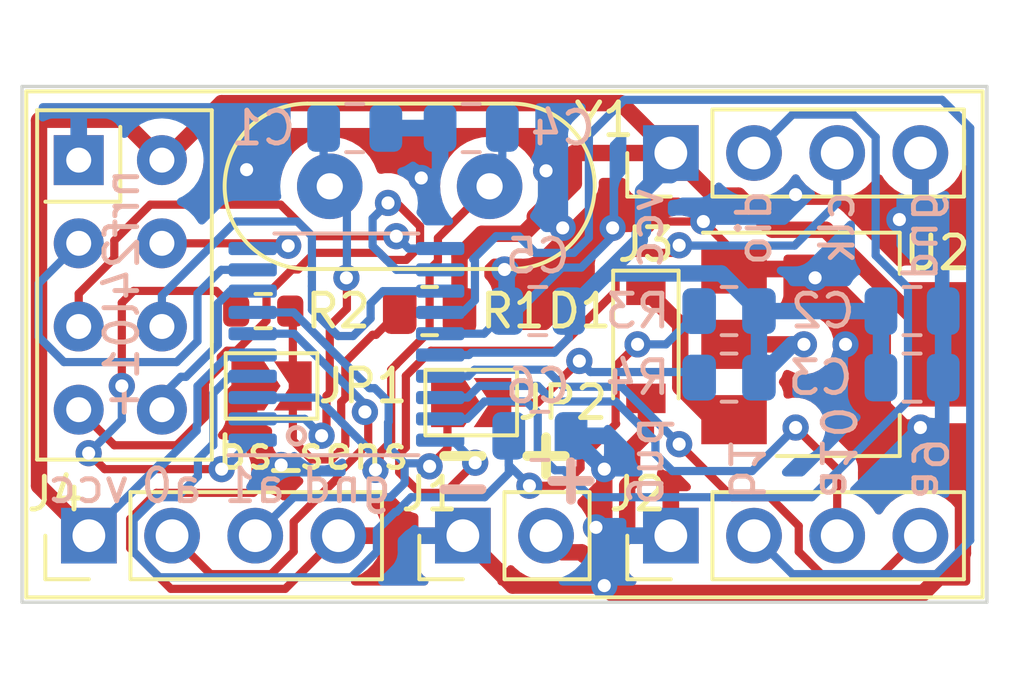
<source format=kicad_pcb>
(kicad_pcb (version 20211014) (generator pcbnew)
  (layers (0 "F.Cu" signal) (31 "B.Cu" signal) (34 "B.Paste" user) (35 "F.Paste" user) (36 "B.SilkS" user "B.Silkscreen") (37 "F.SilkS" user "F.Silkscreen") (38 "B.Mask" user) (39 "F.Mask" user) (44 "Edge.Cuts" user))
  (net 0 "")
  (net 1 "GND")
  (net 2 "Net-(C1-Pad2)")
  (net 3 "+3V3")
  (net 4 "Net-(C4-Pad1)")
  (net 5 "Net-(C6-Pad1)")
  (net 6 "Net-(D1-Pad1)")
  (net 7 "Net-(D1-Pad2)")
  (net 8 "Net-(J2-Pad2)")
  (net 9 "Net-(J2-Pad3)")
  (net 10 "Net-(J3-Pad2)")
  (net 11 "Net-(J3-Pad3)")
  (net 12 "Net-(J4-Pad2)")
  (net 13 "Net-(J4-Pad3)")
  (net 14 "Net-(JP1-Pad2)")
  (net 15 "Net-(JP2-Pad2)")
  (net 16 "Net-(R2-Pad2)")
  (net 17 "Net-(U1-Pad3)")
  (net 18 "Net-(U1-Pad4)")
  (net 19 "Net-(U1-Pad5)")
  (net 20 "Net-(U1-Pad6)")
  (net 21 "Net-(U1-Pad7)")
  (net 22 "Net-(U1-Pad8)")
  (net 23 "Net-(J2-Pad4)")
  (footprint "Resistor_SMD:R_0805_2012Metric" (layer "F.Cu") (at 163.068 106.426 180)
    (fp_text reference "R1")
    (fp_text value "10k")
  )
  (footprint "Connector_PinHeader_2.54mm:PinHeader_1x02_P2.54mm_Vertical" (layer "F.Cu") (at 164.084 113.284 90)
    (fp_text reference "J1")
    (fp_text value "Conn_01x02")
  )
  (footprint "Connector_PinHeader_2.54mm:PinHeader_1x04_P2.54mm_Vertical" (layer "F.Cu") (at 170.434 101.6 90)
    (fp_text reference "J3")
    (fp_text value "Conn_01x04")
  )
  (footprint "Crystal:Crystal_HC49-U_Vertical" (layer "F.Cu") (at 160.02 102.616)
    (fp_text reference "Y1")
    (fp_text value "16MHz")
  )
  (footprint "Resistor_SMD:R_0603_1608Metric" (layer "F.Cu") (at 157.988 106.426 180)
    (fp_text reference "R2")
    (fp_text value "620")
  )
  (footprint "Jumper:SolderJumper-2_P1.3mm_Open_TrianglePad1.0x1.5mm" (layer "F.Cu") (at 164.338 109.22)
    (fp_text reference "JP2")
    (fp_text value "SolderJumper_2_Open")
  )
  (footprint "Connector_PinHeader_2.54mm:PinHeader_1x04_P2.54mm_Vertical" (layer "F.Cu") (at 170.434 113.284 90)
    (fp_text reference "J2")
    (fp_text value "Conn_01x04")
  )
  (footprint "Jumper:SolderJumper-2_P1.3mm_Open_TrianglePad1.0x1.5mm" (layer "F.Cu") (at 158.242 108.712)
    (fp_text reference "JP1")
    (fp_text value "SolderJumper_2_Open")
  )
  (footprint "Diode_SMD:D_SOD-123" (layer "F.Cu") (at 169.672 107.442 -90)
    (fp_text reference "D1")
    (fp_text value "1N4148W")
  )
  (footprint "Package_TO_SOT_SMD:SOT-223-3_TabPin2" (layer "F.Cu") (at 175.514 107.442)
    (fp_text reference "U2")
    (fp_text value "AMS1117-3.3")
  )
  (footprint "RF_Module:nRF24L01_Breakout" (layer "F.Cu") (at 152.354 101.817)
    (fp_text reference "U1" hide)
    (fp_text value "NRF24L01_Breakout")
  )
  (footprint "Connector_PinHeader_2.54mm:PinHeader_1x04_P2.54mm_Vertical" (layer "F.Cu") (at 152.664 113.284 90)
    (fp_text reference "J4")
    (fp_text value "Conn_01x04")
  )
  (footprint "Package_SO:TSSOP-20_4.4x6.5mm_P0.65mm" (layer "B.Cu") (at 160.528 107.442)
    (fp_text reference "U3" hide)
    (fp_text value "STM32F030F4Px")
  )
  (footprint "Capacitor_SMD:C_0805_2012Metric" (layer "B.Cu") (at 177.8 108.458)
    (fp_text reference "C3")
    (fp_text value "10u")
  )
  (footprint "Capacitor_SMD:C_0805_2012Metric" (layer "B.Cu") (at 177.8 106.426)
    (fp_text reference "C2")
    (fp_text value "100n")
  )
  (footprint "Capacitor_SMD:C_0805_2012Metric" (layer "B.Cu") (at 160.782 100.838 180)
    (fp_text reference "C1")
    (fp_text value "22p")
  )
  (footprint "Capacitor_SMD:C_0805_2012Metric" (layer "B.Cu") (at 166.436 110.236)
    (fp_text reference "C6")
    (fp_text value "100n")
  )
  (footprint "Capacitor_SMD:C_0805_2012Metric" (layer "B.Cu") (at 166.37 106.426 180)
    (fp_text reference "C5")
    (fp_text value "100n")
  )
  (footprint "Resistor_SMD:R_0805_2012Metric" (layer "B.Cu") (at 172.212 106.426 180)
    (fp_text reference "R3")
    (fp_text value "10k")
  )
  (footprint "Capacitor_SMD:C_0805_2012Metric" (layer "B.Cu") (at 164.338 100.838 180)
    (fp_text reference "C4")
    (fp_text value "22p")
  )
  (footprint "Resistor_SMD:R_0805_2012Metric" (layer "B.Cu") (at 172.212 108.458 180)
    (fp_text reference "R4")
    (fp_text value "4,7k")
  )
  (gr_circle (center 159.004 110.236) (end 159.258 110.236) (layer "B.SilkS") (width 0.15) (fill none))
  (gr_line (start 180.086 99.568) (end 180.086 115.316) (layer "Edge.Cuts") (width 0.1))
  (gr_line (start 150.622 115.316) (end 150.622 99.568) (layer "Edge.Cuts") (width 0.1))
  (gr_line (start 150.622 99.568) (end 180.086 99.568) (layer "Edge.Cuts") (width 0.1))
  (gr_line (start 180.086 115.316) (end 150.622 115.316) (layer "Edge.Cuts") (width 0.1))
  (gr_text "gnd" (at 160.528 111.76) (layer "B.SilkS") (effects (font (size 1 1)) (justify mirror)))
  (gr_text "a9" (at 178.308 111.252 270) (layer "B.SilkS") (effects (font (size 1 1)) (justify mirror)))
  (gr_text "-" (at 164.084 111.76) (layer "B.SilkS") (effects (font (size 1.5 1.5) (thickness 0.3)) (justify mirror)))
  (gr_text "a10" (at 175.514 110.744 270) (layer "B.SilkS") (effects (font (size 1 1)) (justify mirror)))
  (gr_text "b1" (at 172.72 111.252 270) (layer "B.SilkS") (effects (font (size 1 1)) (justify mirror)))
  (gr_text "a0" (at 155.194 111.76) (layer "B.SilkS") (effects (font (size 1 1)) (justify mirror)))
  (gr_text "clk" (at 175.514 103.886 90) (layer "B.SilkS") (effects (font (size 1 1)) (justify mirror)))
  (gr_text "+" (at 167.386 111.506) (layer "B.SilkS") (effects (font (size 1.5 1.5) (thickness 0.3)) (justify mirror)))
  (gr_text "dio" (at 172.974 103.886 90) (layer "B.SilkS") (effects (font (size 1 1)) (justify mirror)))
  (gr_text "gnd" (at 169.926 110.998 270) (layer "B.SilkS") (effects (font (size 1 1)) (justify mirror)))
  (gr_text "nrf24l01+" (at 153.67 105.918 90) (layer "B.SilkS") (effects (font (size 1 1)) (justify mirror)))
  (gr_text "vcc" (at 169.672 103.886 90) (layer "B.SilkS") (effects (font (size 1 1)) (justify mirror)))
  (gr_text "vcc" (at 152.654 111.76) (layer "B.SilkS") (effects (font (size 1 1)) (justify mirror)))
  (gr_text "gnd" (at 178.054 104.14 90) (layer "B.SilkS") (effects (font (size 1 1)) (justify mirror)))
  (gr_text "a1" (at 157.734 111.76) (layer "B.SilkS") (effects (font (size 1 1)) (justify mirror)))
  (gr_text "bs_sens" (at 159.512 110.744) (layer "F.SilkS") (effects (font (size 1 1))))
  (gr_text "+" (at 166.624 110.744) (layer "F.SilkS") (effects (font (size 1.5 1.5) (thickness 0.3))))
  (gr_text "-" (at 164.084 110.744) (layer "F.SilkS") (effects (font (size 1.5 1.5) (thickness 0.3))))
  (segment (start 175.768 108.204) (end 177.546 109.982) (width 0.5) (layer "F.Cu") (net 1))
  (segment (start 168.402 112.776) (end 168.148 113.03) (width 0.5) (layer "F.Cu") (net 1))
  (segment (start 168.402 114.808) (end 168.62703 115.03303) (width 0.5) (layer "F.Cu") (net 1))
  (segment (start 154.723489 111.976511) (end 153.924 112.776) (width 0.25) (layer "F.Cu") (net 1))
  (segment (start 168.85026 103.69174) (end 168.656 103.886) (width 0.25) (layer "F.Cu") (net 1))
  (segment (start 155.167021 114.908031) (end 158.659969 114.908031) (width 0.25) (layer "F.Cu") (net 1))
  (segment (start 158.659969 114.908031) (end 160.284 113.284) (width 0.25) (layer "F.Cu") (net 1))
  (segment (start 172.364 104.628863) (end 172.364 105.142) (width 0.25) (layer "F.Cu") (net 1))
  (segment (start 172.364 105.142) (end 174.5715 105.142) (width 0.25) (layer "F.Cu") (net 1))
  (segment (start 178.142757 115.03303) (end 179.353511 113.822276) (width 0.5) (layer "F.Cu") (net 1))
  (segment (start 168.402 111.252) (end 168.402 112.776) (width 0.5) (layer "F.Cu") (net 1))
  (segment (start 179.353511 111.281511) (end 178.054 109.982) (width 0.5) (layer "F.Cu") (net 1))
  (segment (start 171.426877 103.69174) (end 172.364 104.628863) (width 0.25) (layer "F.Cu") (net 1))
  (segment (start 174.5715 105.142) (end 174.8395 105.41) (width 0.25) (layer "F.Cu") (net 1))
  (segment (start 168.402 114.808) (end 165.608 114.808) (width 0.5) (layer "F.Cu") (net 1))
  (segment (start 167.132 103.886) (end 168.656 103.886) (width 0.5) (layer "F.Cu") (net 1))
  (segment (start 153.924 113.66501) (end 155.167021 114.908031) (width 0.25) (layer "F.Cu") (net 1))
  (segment (start 165.608 114.808) (end 164.084 113.284) (width 0.5) (layer "F.Cu") (net 1))
  (segment (start 157.685757 111.976511) (end 154.723489 111.976511) (width 0.25) (layer "F.Cu") (net 1))
  (segment (start 175.768 107.442) (end 175.768 108.204) (width 0.5) (layer "F.Cu") (net 1))
  (segment (start 168.62703 115.03303) (end 178.142757 115.03303) (width 0.5) (layer "F.Cu") (net 1))
  (segment (start 153.924 112.776) (end 153.924 113.66501) (width 0.25) (layer "F.Cu") (net 1))
  (segment (start 171.426877 103.69174) (end 168.85026 103.69174) (width 0.25) (layer "F.Cu") (net 1))
  (segment (start 158.535558 111.12671) (end 157.685757 111.976511) (width 0.25) (layer "F.Cu") (net 1))
  (segment (start 177.546 109.982) (end 178.054 109.982) (width 0.5) (layer "F.Cu") (net 1))
  (segment (start 179.353511 113.822276) (end 179.353511 111.281511) (width 0.5) (layer "F.Cu") (net 1))
  (via (at 158.535558 111.12671) (size 0.8) (drill 0.4) (layers "F.Cu" "B.Cu") (net 1))
  (via (at 178.054 109.982) (size 0.8) (drill 0.4) (layers "F.Cu" "B.Cu") (net 1))
  (via (at 168.402 111.252) (size 0.8) (drill 0.4) (layers "F.Cu" "B.Cu") (net 1))
  (via (at 165.354 105.156) (size 0.8) (drill 0.4) (layers "F.Cu" "B.Cu") (net 1))
  (via (at 174.244 102.87) (size 0.8) (drill 0.4) (layers "F.Cu" "B.Cu") (net 1))
  (via (at 162.814 102.362) (size 0.8) (drill 0.4) (layers "F.Cu" "B.Cu") (net 1))
  (via (at 166.624011 102.142312) (size 0.8) (drill 0.4) (layers "F.Cu" "B.Cu") (net 1))
  (via (at 175.768 107.442) (size 0.8) (drill 0.4) (layers "F.Cu" "B.Cu") (net 1))
  (via (at 168.148 113.03) (size 0.8) (drill 0.4) (layers "F.Cu" "B.Cu") (net 1))
  (via (at 177.413011 103.632) (size 0.8) (drill 0.4) (layers "F.Cu" "B.Cu") (net 1))
  (via (at 167.132 103.886) (size 0.8) (drill 0.4) (layers "F.Cu" "B.Cu") (net 1))
  (via (at 157.48 102.108) (size 0.8) (drill 0.4) (layers "F.Cu" "B.Cu") (net 1))
  (via (at 168.656 103.886) (size 0.8) (drill 0.4) (layers "F.Cu" "B.Cu") (net 1))
  (via (at 171.426877 103.69174) (size 0.8) (drill 0.4) (layers "F.Cu" "B.Cu") (net 1))
  (via (at 174.8395 105.41) (size 0.8) (drill 0.4) (layers "F.Cu" "B.Cu") (net 1))
  (via (at 168.402 114.808) (size 0.8) (drill 0.4) (layers "F.Cu" "B.Cu") (net 1))
  (segment (start 163.3905 107.117) (end 164.729 107.117) (width 0.25) (layer "B.Cu") (net 1))
  (segment (start 164.729 107.117) (end 165.42 106.426) (width 0.25) (layer "B.Cu") (net 1))
  (segment (start 165.42 106.426) (end 165.42 105.222) (width 0.25) (layer "B.Cu") (net 1))
  (segment (start 170.434 113.284) (end 168.402 113.284) (width 0.5) (layer "B.Cu") (net 1))
  (segment (start 165.42 106.426) (end 165.782507 106.426) (width 0.25) (layer "B.Cu") (net 1))
  (segment (start 165.42 105.222) (end 165.354 105.156) (width 0.25) (layer "B.Cu") (net 1))
  (segment (start 165.782507 106.426) (end 167.110987 105.09752) (width 0.25) (layer "B.Cu") (net 1))
  (segment (start 166.624011 103.378011) (end 167.132 103.886) (width 0.5) (layer "B.Cu") (net 1))
  (segment (start 178.75 106.426) (end 178.75 108.458) (width 0.5) (layer "B.Cu") (net 1))
  (segment (start 168.402 113.284) (end 168.148 113.03) (width 0.5) (layer "B.Cu") (net 1))
  (segment (start 166.624011 102.142312) (end 166.624011 103.378011) (width 0.5) (layer "B.Cu") (net 1))
  (segment (start 163.3905 107.117) (end 163.4615 107.188) (width 0.25) (layer "B.Cu") (net 1))
  (segment (start 167.110987 105.09752) (end 167.69848 105.09752) (width 0.25) (layer "B.Cu") (net 1))
  (segment (start 167.69848 105.09752) (end 168.656 104.14) (width 0.25) (layer "B.Cu") (net 1))
  (segment (start 168.656 104.14) (end 168.656 103.886) (width 0.25) (layer "B.Cu") (net 1))
  (segment (start 167.386 110.236) (end 168.402 111.252) (width 0.5) (layer "B.Cu") (net 1))
  (segment (start 159.919089 109.019007) (end 160.02 108.918096) (width 0.25) (layer "F.Cu") (net 2))
  (segment (start 160.02 106.873929) (end 160.542918 106.351011) (width 0.25) (layer "F.Cu") (net 2))
  (segment (start 159.919089 110.082927) (end 159.919089 109.019007) (width 0.25) (layer "F.Cu") (net 2))
  (segment (start 159.770308 110.231708) (end 159.919089 110.082927) (width 0.25) (layer "F.Cu") (net 2))
  (segment (start 160.02 108.918096) (end 160.02 106.873929) (width 0.25) (layer "F.Cu") (net 2))
  (segment (start 160.542918 106.351011) (end 160.542918 105.424918) (width 0.25) (layer "F.Cu") (net 2))
  (segment (start 160.542918 105.424918) (end 160.528 105.41) (width 0.25) (layer "F.Cu") (net 2))
  (via (at 159.770308 110.231708) (size 0.8) (drill 0.4) (layers "F.Cu" "B.Cu") (net 2))
  (via (at 160.528 105.41) (size 0.8) (drill 0.4) (layers "F.Cu" "B.Cu") (net 2))
  (segment (start 159.832 102.428) (end 160.02 102.616) (width 0.25) (layer "B.Cu") (net 2))
  (segment (start 159.832 100.838) (end 159.832 102.428) (width 0.25) (layer "B.Cu") (net 2))
  (segment (start 160.542918 103.138918) (end 160.02 102.616) (width 0.25) (layer "B.Cu") (net 2))
  (segment (start 160.542918 105.395082) (end 160.542918 103.138918) (width 0.25) (layer "B.Cu") (net 2))
  (segment (start 159.770308 110.231708) (end 159.2556 109.717) (width 0.25) (layer "B.Cu") (net 2))
  (segment (start 159.2556 109.717) (end 157.6655 109.717) (width 0.25) (layer "B.Cu") (net 2))
  (segment (start 160.528 105.41) (end 160.542918 105.395082) (width 0.25) (layer "B.Cu") (net 2))
  (segment (start 167.473511 102.528489) (end 166.965511 103.036489) (width 0.5) (layer "F.Cu") (net 3))
  (segment (start 175.164489 103.942489) (end 173.538489 103.942489) (width 0.5) (layer "F.Cu") (net 3))
  (segment (start 153.67 100.584) (end 154.894 101.808) (width 0.5) (layer "F.Cu") (net 3))
  (segment (start 154.894 101.817) (end 154.894 102.156047) (width 0.5) (layer "F.Cu") (net 3))
  (segment (start 166.78012 103.036489) (end 166.282489 103.53412) (width 0.5) (layer "F.Cu") (net 3))
  (segment (start 151.142489 100.605489) (end 151.163978 100.584) (width 0.5) (layer "F.Cu") (net 3))
  (segment (start 172.364 107.442) (end 174.498 107.442) (width 0.5) (layer "F.Cu") (net 3))
  (segment (start 168.91 100.076) (end 170.434 101.6) (width 0.5) (layer "F.Cu") (net 3))
  (segment (start 166.965511 103.036489) (end 166.78012 103.036489) (width 0.5) (layer "F.Cu") (net 3))
  (segment (start 156.718 100.076) (end 168.91 100.076) (width 0.5) (layer "F.Cu") (net 3))
  (segment (start 152.664 113.284) (end 153.162 113.284) (width 0.5) (layer "F.Cu") (net 3))
  (segment (start 171.733511 102.899511) (end 170.434 101.6) (width 0.5) (layer "F.Cu") (net 3))
  (segment (start 166.282489 103.719511) (end 165.936489 104.065511) (width 0.5) (layer "F.Cu") (net 3))
  (segment (start 166.282489 103.53412) (end 166.282489 103.719511) (width 0.5) (layer "F.Cu") (net 3))
  (segment (start 152.664 113.284) (end 151.142489 111.762489) (width 0.5) (layer "F.Cu") (net 3))
  (segment (start 151.163978 100.584) (end 153.67 100.584) (width 0.5) (layer "F.Cu") (net 3))
  (segment (start 165.936489 104.065511) (end 164.666489 104.065511) (width 0.5) (layer "F.Cu") (net 3))
  (segment (start 163.9805 104.7515) (end 163.9805 106.426) (width 0.5) (layer "F.Cu") (net 3))
  (segment (start 154.894 101.808) (end 154.894 101.817) (width 0.5) (layer "F.Cu") (net 3))
  (segment (start 173.538489 103.942489) (end 172.495511 102.899511) (width 0.5) (layer "F.Cu") (net 3))
  (segment (start 164.666489 104.065511) (end 163.9805 104.7515) (width 0.5) (layer "F.Cu") (net 3))
  (segment (start 167.473511 101.6) (end 167.473511 102.528489) (width 0.5) (layer "F.Cu") (net 3))
  (segment (start 170.434 101.6) (end 167.473511 101.6) (width 0.5) (layer "F.Cu") (net 3))
  (segment (start 151.142489 111.762489) (end 151.142489 100.605489) (width 0.5) (layer "F.Cu") (net 3))
  (segment (start 154.977 101.817) (end 156.718 100.076) (width 0.5) (layer "F.Cu") (net 3))
  (segment (start 178.664 107.442) (end 175.164489 103.942489) (width 0.5) (layer "F.Cu") (net 3))
  (segment (start 172.495511 102.899511) (end 171.733511 102.899511) (width 0.5) (layer "F.Cu") (net 3))
  (segment (start 154.894 101.817) (end 154.977 101.817) (width 0.5) (layer "F.Cu") (net 3))
  (via (at 174.498 107.442) (size 0.8) (drill 0.4) (layers "F.Cu" "B.Cu") (net 3))
  (segment (start 174.498 107.442) (end 174.1405 107.442) (width 0.5) (layer "B.Cu") (net 3))
  (segment (start 152.664 113.274) (end 152.664 113.284) (width 0.25) (layer "B.Cu") (net 3))
  (segment (start 169.584489 102.77212) (end 169.584489 103.975389) (width 0.5) (layer "B.Cu") (net 3))
  (segment (start 156.930357 107.767) (end 155.980511 108.716846) (width 0.25) (layer "B.Cu") (net 3))
  (segment (start 163.3905 107.767) (end 164.267 107.767) (width 0.25) (layer "B.Cu") (net 3))
  (segment (start 155.980511 108.716846) (end 155.980511 109.887049) (width 0.25) (layer "B.Cu") (net 3))
  (segment (start 169.484778 104.0751) (end 169.484778 104.261222) (width 0.5) (layer "B.Cu") (net 3))
  (segment (start 169.584489 103.975389) (end 169.484778 104.0751) (width 0.5) (layer "B.Cu") (net 3))
  (segment (start 166.915489 107.649897) (end 167.32 107.245386) (width 0.25) (layer "B.Cu") (net 3))
  (segment (start 167.32 106.426) (end 168.46952 105.27648) (width 0.5) (layer "B.Cu") (net 3))
  (segment (start 154.806542 111.131458) (end 152.664 113.274) (width 0.25) (layer "B.Cu") (net 3))
  (segment (start 173.1245 106.426) (end 173.1245 108.458) (width 0.5) (layer "B.Cu") (net 3))
  (segment (start 166.878 107.696) (end 166.915489 107.658511) (width 0.25) (layer "B.Cu") (net 3))
  (segment (start 167.32 107.245386) (end 167.32 106.426) (width 0.25) (layer "B.Cu") (net 3))
  (segment (start 176.85 108.458) (end 176.85 106.426) (width 0.5) (layer "B.Cu") (net 3))
  (segment (start 155.956 110.077969) (end 154.902511 111.131458) (width 0.25) (layer "B.Cu") (net 3))
  (segment (start 164.338 107.696) (end 166.878 107.696) (width 0.25) (layer "B.Cu") (net 3))
  (segment (start 168.46952 105.27648) (end 171.97498 105.27648) (width 0.5) (layer "B.Cu") (net 3))
  (segment (start 155.956 109.91156) (end 155.956 110.077969) (width 0.25) (layer "B.Cu") (net 3))
  (segment (start 170.08212 102.274489) (end 169.584489 102.77212) (width 0.5) (layer "B.Cu") (net 3))
  (segment (start 169.484778 104.261222) (end 167.32 106.426) (width 0.5) (layer "B.Cu") (net 3))
  (segment (start 164.267 107.767) (end 164.338 107.696) (width 0.25) (layer "B.Cu") (net 3))
  (segment (start 176.85 106.426) (end 173.1245 106.426) (width 0.5) (layer "B.Cu") (net 3))
  (segment (start 171.97498 105.27648) (end 173.1245 106.426) (width 0.5) (layer "B.Cu") (net 3))
  (segment (start 170.434 102.274489) (end 170.08212 102.274489) (width 0.5) (layer "B.Cu") (net 3))
  (segment (start 157.6655 107.767) (end 156.930357 107.767) (width 0.25) (layer "B.Cu") (net 3))
  (segment (start 154.902511 111.131458) (end 154.806542 111.131458) (width 0.25) (layer "B.Cu") (net 3))
  (segment (start 166.915489 107.658511) (end 166.915489 107.649897) (width 0.25) (layer "B.Cu") (net 3))
  (segment (start 155.980511 109.887049) (end 155.956 109.91156) (width 0.25) (layer "B.Cu") (net 3))
  (segment (start 174.1405 107.442) (end 173.1245 108.458) (width 0.5) (layer "B.Cu") (net 3))
  (segment (start 170.434 101.6) (end 170.434 102.274489) (width 0.5) (layer "B.Cu") (net 3))
  (segment (start 161.414465 111.27248) (end 161.544 111.142945) (width 0.25) (layer "F.Cu") (net 4))
  (segment (start 161.893969 110.40408) (end 161.893969 108.217296) (width 0.25) (layer "F.Cu") (net 4))
  (segment (start 163.322 104.902) (end 163.322 104.194) (width 0.25) (layer "F.Cu") (net 4))
  (segment (start 162.052 108.059265) (end 162.052 108.054493) (width 0.25) (layer "F.Cu") (net 4))
  (segment (start 163.322 104.194) (end 164.9 102.616) (width 0.25) (layer "F.Cu") (net 4))
  (segment (start 161.544 110.754049) (end 161.893969 110.40408) (width 0.25) (layer "F.Cu") (net 4))
  (segment (start 161.544 111.142945) (end 161.544 110.754049) (width 0.25) (layer "F.Cu") (net 4))
  (segment (start 163.068 105.156) (end 163.322 104.902) (width 0.25) (layer "F.Cu") (net 4))
  (segment (start 161.893969 108.217296) (end 162.052 108.059265) (width 0.25) (layer "F.Cu") (net 4))
  (segment (start 162.052 108.054493) (end 163.068 107.038493) (width 0.25) (layer "F.Cu") (net 4))
  (segment (start 163.068 107.038493) (end 163.068 105.156) (width 0.25) (layer "F.Cu") (net 4))
  (via (at 161.414465 111.27248) (size 0.8) (drill 0.4) (layers "F.Cu" "B.Cu") (net 4))
  (segment (start 165.288 102.228) (end 164.9 102.616) (width 0.25) (layer "B.Cu") (net 4))
  (segment (start 161.414465 110.851251) (end 159.630214 109.067) (width 0.25) (layer "B.Cu") (net 4))
  (segment (start 159.630214 109.067) (end 157.6655 109.067) (width 0.25) (layer "B.Cu") (net 4))
  (segment (start 161.414465 111.27248) (end 161.414465 110.851251) (width 0.25) (layer "B.Cu") (net 4))
  (segment (start 165.288 100.838) (end 165.288 102.228) (width 0.25) (layer "B.Cu") (net 4))
  (segment (start 167.677489 110.951897) (end 167.677489 111.214511) (width 0.25) (layer "F.Cu") (net 5))
  (segment (start 168.762875 109.866511) (end 167.677489 110.951897) (width 0.25) (layer "F.Cu") (net 5))
  (segment (start 168.747489 108.112511) (end 168.747489 109.851125) (width 0.25) (layer "F.Cu") (net 5))
  (segment (start 167.677489 111.214511) (end 167.132 111.76) (width 0.25) (layer "F.Cu") (net 5))
  (segment (start 168.747489 109.851125) (end 168.762875 109.866511) (width 0.25) (layer "F.Cu") (net 5))
  (segment (start 169.418 107.442) (end 168.747489 108.112511) (width 0.25) (layer "F.Cu") (net 5))
  (segment (start 167.132 111.76) (end 166.116 111.76) (width 0.25) (layer "F.Cu") (net 5))
  (via (at 166.116 111.76) (size 0.8) (drill 0.4) (layers "F.Cu" "B.Cu") (net 5))
  (via (at 169.418 107.442) (size 0.8) (drill 0.4) (layers "F.Cu" "B.Cu") (net 5))
  (segment (start 162.014991 112.559009) (end 162.057524 112.559009) (width 0.25) (layer "B.Cu") (net 5))
  (segment (start 161.458511 113.770499) (end 161.458511 113.115489) (width 0.25) (layer "B.Cu") (net 5))
  (segment (start 169.418 107.442) (end 170.2835 107.442) (width 0.25) (layer "B.Cu") (net 5))
  (segment (start 165.486 111.13) (end 165.486 110.236) (width 0.25) (layer "B.Cu") (net 5))
  (segment (start 154.029489 112.797501) (end 154.029489 113.770499) (width 0.25) (layer "B.Cu") (net 5))
  (segment (start 166.116 111.76) (end 165.486 111.13) (width 0.25) (layer "B.Cu") (net 5))
  (segment (start 156.977639 108.417) (end 156.464 108.930639) (width 0.25) (layer "B.Cu") (net 5))
  (segment (start 156.464 110.527489) (end 156.417897 110.527489) (width 0.25) (layer "B.Cu") (net 5))
  (segment (start 154.029489 113.770499) (end 154.81299 114.554) (width 0.25) (layer "B.Cu") (net 5))
  (segment (start 157.6655 108.417) (end 156.977639 108.417) (width 0.25) (layer "B.Cu") (net 5))
  (segment (start 165.486 111.374) (end 165.486 110.236) (width 0.25) (layer "B.Cu") (net 5))
  (segment (start 156.417897 110.527489) (end 155.993489 110.951897) (width 0.25) (layer "B.Cu") (net 5))
  (segment (start 155.993489 110.951897) (end 155.993489 111.468511) (width 0.25) (layer "B.Cu") (net 5))
  (segment (start 170.2835 107.442) (end 171.2995 106.426) (width 0.25) (layer "B.Cu") (net 5))
  (segment (start 160.67501 114.554) (end 161.458511 113.770499) (width 0.25) (layer "B.Cu") (net 5))
  (segment (start 164.750511 112.109489) (end 165.486 111.374) (width 0.25) (layer "B.Cu") (net 5))
  (segment (start 155.352511 112.109489) (end 154.717501 112.109489) (width 0.25) (layer "B.Cu") (net 5))
  (segment (start 161.458511 113.115489) (end 162.014991 112.559009) (width 0.25) (layer "B.Cu") (net 5))
  (segment (start 154.717501 112.109489) (end 154.029489 112.797501) (width 0.25) (layer "B.Cu") (net 5))
  (segment (start 154.81299 114.554) (end 160.67501 114.554) (width 0.25) (layer "B.Cu") (net 5))
  (segment (start 156.464 108.930639) (end 156.464 110.527489) (width 0.25) (layer "B.Cu") (net 5))
  (segment (start 162.057524 112.559009) (end 162.507044 112.109489) (width 0.25) (layer "B.Cu") (net 5))
  (segment (start 162.507044 112.109489) (end 164.750511 112.109489) (width 0.25) (layer "B.Cu") (net 5))
  (segment (start 155.993489 111.468511) (end 155.352511 112.109489) (width 0.25) (layer "B.Cu") (net 5))
  (segment (start 170.721511 106.841511) (end 170.721511 108.745511) (width 0.5) (layer "F.Cu") (net 6))
  (segment (start 169.672 105.792) (end 170.721511 106.841511) (width 0.5) (layer "F.Cu") (net 6))
  (segment (start 171.718 109.742) (end 172.364 109.742) (width 0.5) (layer "F.Cu") (net 6))
  (segment (start 170.721511 108.745511) (end 171.718 109.742) (width 0.5) (layer "F.Cu") (net 6))
  (segment (start 169.10152 110.750129) (end 169.672 110.179649) (width 0.5) (layer "F.Cu") (net 7))
  (segment (start 167.79612 113.879511) (end 168.49988 113.879511) (width 0.5) (layer "F.Cu") (net 7))
  (segment (start 167.132 113.792) (end 167.708609 113.792) (width 0.5) (layer "F.Cu") (net 7))
  (segment (start 167.708609 113.792) (end 167.79612 113.879511) (width 0.5) (layer "F.Cu") (net 7))
  (segment (start 169.10152 113.277871) (end 169.10152 111.753871) (width 0.5) (layer "F.Cu") (net 7))
  (segment (start 169.251511 110.90012) (end 169.10152 110.750129) (width 0.5) (layer "F.Cu") (net 7))
  (segment (start 169.672 110.179649) (end 169.672 109.092) (width 0.5) (layer "F.Cu") (net 7))
  (segment (start 168.49988 113.879511) (end 169.10152 113.277871) (width 0.5) (layer "F.Cu") (net 7))
  (segment (start 169.251511 111.60388) (end 169.251511 110.90012) (width 0.5) (layer "F.Cu") (net 7))
  (segment (start 166.624 113.284) (end 167.132 113.792) (width 0.5) (layer "F.Cu") (net 7))
  (segment (start 169.10152 111.753871) (end 169.251511 111.60388) (width 0.5) (layer "F.Cu") (net 7))
  (segment (start 164.078361 106.467) (end 164.45252 106.092841) (width 0.25) (layer "B.Cu") (net 8))
  (segment (start 179.57452 100.83452) (end 179.57452 113.42449) (width 0.25) (layer "B.Cu") (net 8))
  (segment (start 174.148511 114.458511) (end 172.974 113.284) (width 0.25) (layer "B.Cu") (net 8))
  (segment (start 164.403361 104.836639) (end 165.1 104.14) (width 0.25) (layer "B.Cu") (net 8))
  (segment (start 179.57452 113.42449) (end 178.540499 114.458511) (width 0.25) (layer "B.Cu") (net 8))
  (segment (start 178.540499 114.458511) (end 174.148511 114.458511) (width 0.25) (layer "B.Cu") (net 8))
  (segment (start 167.469592 104.648) (end 167.931489 104.186103) (width 0.25) (layer "B.Cu") (net 8))
  (segment (start 166.302211 104.648) (end 167.469592 104.648) (width 0.25) (layer "B.Cu") (net 8))
  (segment (start 165.794211 104.14) (end 166.302211 104.648) (width 0.25) (layer "B.Cu") (net 8))
  (segment (start 169.010031 99.975969) (end 178.715969 99.975969) (width 0.25) (layer "B.Cu") (net 8))
  (segment (start 178.715969 99.975969) (end 179.57452 100.83452) (width 0.25) (layer "B.Cu") (net 8))
  (segment (start 163.3905 106.467) (end 164.078361 106.467) (width 0.25) (layer "B.Cu") (net 8))
  (segment (start 164.45252 104.891159) (end 164.403361 104.842) (width 0.25) (layer "B.Cu") (net 8))
  (segment (start 164.45252 106.092841) (end 164.45252 104.891159) (width 0.25) (layer "B.Cu") (net 8))
  (segment (start 164.403361 104.842) (end 164.403361 104.836639) (width 0.25) (layer "B.Cu") (net 8))
  (segment (start 167.931489 104.186103) (end 167.931489 101.054511) (width 0.25) (layer "B.Cu") (net 8))
  (segment (start 165.1 104.14) (end 165.794211 104.14) (width 0.25) (layer "B.Cu") (net 8))
  (segment (start 167.931489 101.054511) (end 169.010031 99.975969) (width 0.25) (layer "B.Cu") (net 8))
  (segment (start 174.244 109.982) (end 175.514 111.252) (width 0.25) (layer "F.Cu") (net 9))
  (segment (start 175.514 111.252) (end 175.514 113.284) (width 0.25) (layer "F.Cu") (net 9))
  (via (at 174.244 109.982) (size 0.8) (drill 0.4) (layers "F.Cu" "B.Cu") (net 9))
  (segment (start 164.227789 109.067) (end 164.582789 108.712) (width 0.25) (layer "B.Cu") (net 9))
  (segment (start 168.748762 109.18648) (end 169.963489 110.401207) (width 0.25) (layer "B.Cu") (net 9))
  (segment (start 166.84448 109.18648) (end 168.748762 109.18648) (width 0.25) (layer "B.Cu") (net 9))
  (segment (start 163.3905 109.067) (end 164.227789 109.067) (width 0.25) (layer "B.Cu") (net 9))
  (segment (start 164.582789 108.712) (end 166.37 108.712) (width 0.25) (layer "B.Cu") (net 9))
  (segment (start 169.963489 110.401207) (end 169.963489 110.790103) (width 0.25) (layer "B.Cu") (net 9))
  (segment (start 166.37 108.712) (end 166.84448 109.18648) (width 0.25) (layer "B.Cu") (net 9))
  (segment (start 170.483866 111.31048) (end 172.91552 111.31048) (width 0.25) (layer "B.Cu") (net 9))
  (segment (start 169.963489 110.790103) (end 170.483866 111.31048) (width 0.25) (layer "B.Cu") (net 9))
  (segment (start 172.91552 111.31048) (end 174.244 109.982) (width 0.25) (layer "B.Cu") (net 9))
  (segment (start 177.67452 109.170973) (end 177.67452 105.713027) (width 0.25) (layer "B.Cu") (net 10))
  (segment (start 177.67452 105.713027) (end 176.688511 104.727018) (width 0.25) (layer "B.Cu") (net 10))
  (segment (start 166.37 109.53348) (end 166.37 110.757493) (width 0.25) (layer "B.Cu") (net 10))
  (segment (start 176.688511 104.727018) (end 176.688511 101.113501) (width 0.25) (layer "B.Cu") (net 10))
  (segment (start 166.023 109.18648) (end 166.37 109.53348) (width 0.25) (layer "B.Cu") (net 10))
  (segment (start 174.148511 100.425489) (end 172.974 101.6) (width 0.25) (layer "B.Cu") (net 10))
  (segment (start 176.000499 100.425489) (end 174.148511 100.425489) (width 0.25) (layer "B.Cu") (net 10))
  (segment (start 166.898027 111.28552) (end 167.16552 111.28552) (width 0.25) (layer "B.Cu") (net 10))
  (segment (start 163.3905 109.717) (end 164.213507 109.717) (width 0.25) (layer "B.Cu") (net 10))
  (segment (start 164.213507 109.717) (end 164.744027 109.18648) (width 0.25) (layer "B.Cu") (net 10))
  (segment (start 166.37 110.757493) (end 166.898027 111.28552) (width 0.25) (layer "B.Cu") (net 10))
  (segment (start 167.16552 111.28552) (end 167.989489 112.109489) (width 0.25) (layer "B.Cu") (net 10))
  (segment (start 164.744027 109.18648) (end 166.023 109.18648) (width 0.25) (layer "B.Cu") (net 10))
  (segment (start 167.989489 112.109489) (end 174.736004 112.109489) (width 0.25) (layer "B.Cu") (net 10))
  (segment (start 176.688511 101.113501) (end 176.000499 100.425489) (width 0.25) (layer "B.Cu") (net 10))
  (segment (start 174.736004 112.109489) (end 177.67452 109.170973) (width 0.25) (layer "B.Cu") (net 10))
  (segment (start 162.138976 111.34759) (end 162.138976 110.79479) (width 0.25) (layer "F.Cu") (net 11))
  (segment (start 167.348511 107.225489) (end 168.747489 105.826511) (width 0.25) (layer "F.Cu") (net 11))
  (segment (start 162.138976 110.79479) (end 162.343489 110.590277) (width 0.25) (layer "F.Cu") (net 11))
  (segment (start 166.927897 107.637489) (end 167.339897 107.225489) (width 0.25) (layer "F.Cu") (net 11))
  (segment (start 170.45624 104.648) (end 170.688 104.41624) (width 0.25) (layer "F.Cu") (net 11))
  (segment (start 162.343489 110.590277) (end 162.343489 108.403493) (width 0.25) (layer "F.Cu") (net 11))
  (segment (start 164.460065 111.056797) (end 163.540351 111.976511) (width 0.25) (layer "F.Cu") (net 11))
  (segment (start 168.747489 105.826511) (end 168.747489 105.017489) (width 0.25) (layer "F.Cu") (net 11))
  (segment (start 167.339897 107.225489) (end 167.348511 107.225489) (width 0.25) (layer "F.Cu") (net 11))
  (segment (start 168.747489 105.017489) (end 169.116978 104.648) (width 0.25) (layer "F.Cu") (net 11))
  (segment (start 162.767897 111.976511) (end 162.138976 111.34759) (width 0.25) (layer "F.Cu") (net 11))
  (segment (start 163.109493 107.637489) (end 166.927897 107.637489) (width 0.25) (layer "F.Cu") (net 11))
  (segment (start 162.343489 108.403493) (end 163.109493 107.637489) (width 0.25) (layer "F.Cu") (net 11))
  (segment (start 163.540351 111.976511) (end 162.767897 111.976511) (width 0.25) (layer "F.Cu") (net 11))
  (segment (start 169.116978 104.648) (end 170.45624 104.648) (width 0.25) (layer "F.Cu") (net 11))
  (via (at 170.688 104.41624) (size 0.8) (drill 0.4) (layers "F.Cu" "B.Cu") (net 11))
  (via (at 164.460065 111.056797) (size 0.8) (drill 0.4) (layers "F.Cu" "B.Cu") (net 11))
  (segment (start 170.688 104.41624) (end 170.69874 104.42698) (width 0.25) (layer "B.Cu") (net 11))
  (segment (start 164.460065 111.056797) (end 163.770268 110.367) (width 0.25) (layer "B.Cu") (net 11))
  (segment (start 174.21102 104.42698) (end 175.514 103.124) (width 0.25) (layer "B.Cu") (net 11))
  (segment (start 175.514 103.124) (end 175.514 101.6) (width 0.25) (layer "B.Cu") (net 11))
  (segment (start 170.69874 104.42698) (end 174.21102 104.42698) (width 0.25) (layer "B.Cu") (net 11))
  (segment (start 163.770268 110.367) (end 163.3905 110.367) (width 0.25) (layer "B.Cu") (net 11))
  (segment (start 161.194031 109.606218) (end 161.194031 110.468316) (width 0.25) (layer "F.Cu") (net 12))
  (segment (start 161.194031 110.468316) (end 160.256608 111.405739) (width 0.25) (layer "F.Cu") (net 12))
  (segment (start 156.378511 114.458511) (end 155.204 113.284) (width 0.25) (layer "F.Cu") (net 12))
  (segment (start 160.256608 111.405739) (end 160.256608 111.523392) (width 0.25) (layer "F.Cu") (net 12))
  (segment (start 158.230499 114.458511) (end 156.378511 114.458511) (width 0.25) (layer "F.Cu") (net 12))
  (segment (start 158.918511 112.861489) (end 158.918511 113.770499) (width 0.25) (layer "F.Cu") (net 12))
  (segment (start 158.918511 113.770499) (end 158.230499 114.458511) (width 0.25) (layer "F.Cu") (net 12))
  (segment (start 161.09312 109.505307) (end 161.194031 109.606218) (width 0.25) (layer "F.Cu") (net 12))
  (segment (start 160.256608 111.523392) (end 158.918511 112.861489) (width 0.25) (layer "F.Cu") (net 12))
  (via (at 161.09312 109.505307) (size 0.8) (drill 0.4) (layers "F.Cu" "B.Cu") (net 12))
  (segment (start 161.09312 109.505307) (end 161.09312 109.27712) (width 0.25) (layer "B.Cu") (net 12))
  (segment (start 161.09312 109.27712) (end 158.933 107.117) (width 0.25) (layer "B.Cu") (net 12))
  (segment (start 158.933 107.117) (end 157.6655 107.117) (width 0.25) (layer "B.Cu") (net 12))
  (segment (start 163.613 110.6215) (end 163.613 109.22) (width 0.25) (layer "F.Cu") (net 13))
  (segment (start 163.068 111.1665) (end 163.613 110.6215) (width 0.25) (layer "F.Cu") (net 13))
  (via (at 163.068 111.1665) (size 0.8) (drill 0.4) (layers "F.Cu" "B.Cu") (net 13))
  (segment (start 162.306011 111.674804) (end 161.871326 112.109489) (width 0.25) (layer "B.Cu") (net 13))
  (segment (start 161.871326 112.109489) (end 158.918511 112.109489) (width 0.25) (layer "B.Cu") (net 13))
  (segment (start 161.393223 108.780796) (end 161.817631 109.205204) (width 0.25) (layer "B.Cu") (net 13))
  (segment (start 162.306011 111.074598) (end 162.306011 111.674804) (width 0.25) (layer "B.Cu") (net 13))
  (segment (start 157.6655 106.467) (end 158.918718 106.467) (width 0.25) (layer "B.Cu") (net 13))
  (segment (start 161.817631 109.80541) (end 161.798 109.825041) (width 0.25) (layer "B.Cu") (net 13))
  (segment (start 161.817631 109.205204) (end 161.817631 109.80541) (width 0.25) (layer "B.Cu") (net 13))
  (segment (start 163.068 111.1665) (end 162.976098 111.074598) (width 0.25) (layer "B.Cu") (net 13))
  (segment (start 162.976098 111.074598) (end 162.306011 111.074598) (width 0.25) (layer "B.Cu") (net 13))
  (segment (start 161.798 109.825041) (end 161.798 110.566587) (width 0.25) (layer "B.Cu") (net 13))
  (segment (start 161.798 110.566587) (end 162.306011 111.074598) (width 0.25) (layer "B.Cu") (net 13))
  (segment (start 161.232515 108.780796) (end 161.393223 108.780796) (width 0.25) (layer "B.Cu") (net 13))
  (segment (start 158.918718 106.467) (end 161.232515 108.780796) (width 0.25) (layer "B.Cu") (net 13))
  (segment (start 158.918511 112.109489) (end 157.744 113.284) (width 0.25) (layer "B.Cu") (net 13))
  (segment (start 160.494819 109.93162) (end 160.494819 110.531811) (width 0.25) (layer "F.Cu") (net 14))
  (segment (start 161.327489 107.150511) (end 160.494819 107.983181) (width 0.25) (layer "F.Cu") (net 14))
  (segment (start 160.494819 110.531811) (end 160.070411 110.956219) (width 0.25) (layer "F.Cu") (net 14))
  (segment (start 158.892 106.505) (end 158.813 106.426) (width 0.25) (layer "F.Cu") (net 14))
  (segment (start 159.470219 110.956219) (end 158.892 110.378) (width 0.25) (layer "F.Cu") (net 14))
  (segment (start 160.368609 109.80541) (end 160.494819 109.93162) (width 0.25) (layer "F.Cu") (net 14))
  (segment (start 160.494819 109.078994) (end 160.368609 109.205204) (width 0.25) (layer "F.Cu") (net 14))
  (segment (start 160.494819 107.983181) (end 160.494819 109.078994) (width 0.25) (layer "F.Cu") (net 14))
  (segment (start 161.430989 107.150511) (end 161.327489 107.150511) (width 0.25) (layer "F.Cu") (net 14))
  (segment (start 158.892 110.378) (end 158.892 106.505) (width 0.25) (layer "F.Cu") (net 14))
  (segment (start 160.070411 110.956219) (end 159.470219 110.956219) (width 0.25) (layer "F.Cu") (net 14))
  (segment (start 162.1555 106.426) (end 161.430989 107.150511) (width 0.25) (layer "F.Cu") (net 14))
  (segment (start 160.368609 109.205204) (end 160.368609 109.80541) (width 0.25) (layer "F.Cu") (net 14))
  (segment (start 164.988 108.712) (end 164.988 109.145) (width 0.25) (layer "F.Cu") (net 15))
  (segment (start 166.37 109.22) (end 167.64 107.95) (width 0.25) (layer "F.Cu") (net 15))
  (segment (start 164.988 109.145) (end 165.063 109.22) (width 0.25) (layer "F.Cu") (net 15))
  (segment (start 165.063 109.22) (end 166.37 109.22) (width 0.25) (layer "F.Cu") (net 15))
  (via (at 167.64 107.95) (size 0.8) (drill 0.4) (layers "F.Cu" "B.Cu") (net 15))
  (segment (start 167.97744 108.28744) (end 167.64 107.95) (width 0.25) (layer "B.Cu") (net 15))
  (segment (start 167.894 108.204) (end 167.64 107.95) (width 0.25) (layer "B.Cu") (net 15))
  (segment (start 171.2995 108.458) (end 171.12894 108.28744) (width 0.25) (layer "B.Cu") (net 15))
  (segment (start 171.12894 108.28744) (end 167.97744 108.28744) (width 0.25) (layer "B.Cu") (net 15))
  (segment (start 157.163 106.426) (end 156.547489 105.810489) (width 0.25) (layer "F.Cu") (net 16))
  (segment (start 156.718 111.252) (end 153.144401 111.252) (width 0.25) (layer "F.Cu") (net 16))
  (segment (start 153.67 108.712) (end 153.67 106.172) (width 0.25) (layer "F.Cu") (net 16))
  (segment (start 154.031511 105.810489) (end 153.67 106.172) (width 0.25) (layer "F.Cu") (net 16))
  (segment (start 153.144401 111.252) (end 152.657492 110.765091) (width 0.25) (layer "F.Cu") (net 16))
  (segment (start 156.547489 105.810489) (end 154.031511 105.810489) (width 0.25) (layer "F.Cu") (net 16))
  (via (at 156.718 111.252) (size 0.8) (drill 0.4) (layers "F.Cu" "B.Cu") (net 16))
  (via (at 153.67 108.712) (size 0.8) (drill 0.4) (layers "F.Cu" "B.Cu") (net 16))
  (via (at 152.657492 110.765091) (size 0.8) (drill 0.4) (layers "F.Cu" "B.Cu") (net 16))
  (segment (start 156.7805 111.252) (end 157.6655 110.367) (width 0.25) (layer "B.Cu") (net 16))
  (segment (start 152.657492 110.765091) (end 153.67 109.752583) (width 0.25) (layer "B.Cu") (net 16))
  (segment (start 156.718 111.252) (end 156.7805 111.252) (width 0.25) (layer "B.Cu") (net 16))
  (segment (start 153.67 109.752583) (end 153.67 108.712) (width 0.25) (layer "B.Cu") (net 16))
  (segment (start 151.13 105.581) (end 151.13 107.20956) (width 0.25) (layer "B.Cu") (net 17))
  (segment (start 156.707 105.167) (end 157.6655 105.167) (width 0.25) (layer "B.Cu") (net 17))
  (segment (start 152.354 104.357) (end 151.13 105.581) (width 0.25) (layer "B.Cu") (net 17))
  (segment (start 155.980511 105.893489) (end 156.707 105.167) (width 0.25) (layer "B.Cu") (net 17))
  (segment (start 151.903951 107.983511) (end 155.344049 107.983511) (width 0.25) (layer "B.Cu") (net 17))
  (segment (start 155.980511 107.347049) (end 155.980511 105.893489) (width 0.25) (layer "B.Cu") (net 17))
  (segment (start 155.344049 107.983511) (end 155.980511 107.347049) (width 0.25) (layer "B.Cu") (net 17))
  (segment (start 151.13 107.20956) (end 151.903951 107.983511) (width 0.25) (layer "B.Cu") (net 17))
  (segment (start 158.6755 104.357) (end 154.894 104.357) (width 0.25) (layer "F.Cu") (net 18))
  (segment (start 158.75 104.4315) (end 158.6755 104.357) (width 0.25) (layer "F.Cu") (net 18))
  (via (at 158.75 104.4315) (size 0.8) (drill 0.4) (layers "F.Cu" "B.Cu") (net 18))
  (segment (start 158.75 104.4315) (end 158.6645 104.517) (width 0.25) (layer "B.Cu") (net 18))
  (segment (start 158.6645 104.517) (end 157.6655 104.517) (width 0.25) (layer "B.Cu") (net 18))
  (segment (start 159.474511 104.131397) (end 158.519732 103.176618) (width 0.25) (layer "F.Cu") (net 19))
  (segment (start 152.354 105.89356) (end 152.354 106.897) (width 0.25) (layer "F.Cu") (net 19))
  (segment (start 162.052 104.14) (end 159.474511 104.14) (width 0.25) (layer "F.Cu") (net 19))
  (segment (start 153.440511 104.807049) (end 152.354 105.89356) (width 0.25) (layer "F.Cu") (net 19))
  (segment (start 154.537822 103.176618) (end 153.440511 104.273929) (width 0.25) (layer "F.Cu") (net 19))
  (segment (start 153.440511 104.273929) (end 153.440511 104.807049) (width 0.25) (layer "F.Cu") (net 19))
  (segment (start 159.474511 104.14) (end 159.474511 104.131397) (width 0.25) (layer "F.Cu") (net 19))
  (segment (start 158.519732 103.176618) (end 154.537822 103.176618) (width 0.25) (layer "F.Cu") (net 19))
  (via (at 162.052 104.14) (size 0.8) (drill 0.4) (layers "F.Cu" "B.Cu") (net 19))
  (segment (start 162.429 104.517) (end 162.052 104.14) (width 0.25) (layer "B.Cu") (net 19))
  (segment (start 163.3905 104.517) (end 162.429 104.517) (width 0.25) (layer "B.Cu") (net 19))
  (segment (start 161.645 105.817) (end 161.267429 106.194571) (width 0.25) (layer "B.Cu") (net 20))
  (segment (start 161.267429 106.651114) (end 160.730543 107.188) (width 0.25) (layer "B.Cu") (net 20))
  (segment (start 157.154119 103.69052) (end 159.033634 103.69052) (width 0.25) (layer "B.Cu") (net 20))
  (segment (start 159.474511 104.131397) (end 159.474511 105.372511) (width 0.25) (layer "B.Cu") (net 20))
  (segment (start 154.894 105.950639) (end 157.154119 103.69052) (width 0.25) (layer "B.Cu") (net 20))
  (segment (start 162.661 105.817) (end 163.3905 105.817) (width 0.25) (layer "B.Cu") (net 20))
  (segment (start 154.894 106.897) (end 154.894 105.950639) (width 0.25) (layer "B.Cu") (net 20))
  (segment (start 163.3905 105.817) (end 161.645 105.817) (width 0.25) (layer "B.Cu") (net 20))
  (segment (start 161.267429 106.194571) (end 161.267429 106.651114) (width 0.25) (layer "B.Cu") (net 20))
  (segment (start 159.033634 103.69052) (end 159.474511 104.131397) (width 0.25) (layer "B.Cu") (net 20))
  (segment (start 160.730543 107.188) (end 160.275436 107.188) (width 0.25) (layer "B.Cu") (net 20))
  (segment (start 159.474511 106.387075) (end 159.474511 105.664) (width 0.25) (layer "B.Cu") (net 20))
  (segment (start 160.275436 107.188) (end 159.474511 106.387075) (width 0.25) (layer "B.Cu") (net 20))
  (segment (start 159.474511 105.372511) (end 159.474511 105.664355) (width 0.25) (layer "B.Cu") (net 20))
  (segment (start 155.344049 110.523511) (end 153.440511 110.523511) (width 0.25) (layer "F.Cu") (net 21))
  (segment (start 161.535386 104.648) (end 159.558114 104.648) (width 0.25) (layer "F.Cu") (net 21))
  (segment (start 156.21 109.65756) (end 155.344049 110.523511) (width 0.25) (layer "F.Cu") (net 21))
  (segment (start 162.060614 103.124) (end 162.776511 103.839897) (width 0.25) (layer "F.Cu") (net 21))
  (segment (start 162.776511 103.839897) (end 162.776511 104.440103) (width 0.25) (layer "F.Cu") (net 21))
  (segment (start 158.08848 106.717303) (end 157.168303 107.63748) (width 0.25) (layer "F.Cu") (net 21))
  (segment (start 156.21 108.595783) (end 156.21 109.65756) (width 0.25) (layer "F.Cu") (net 21))
  (segment (start 158.866206 105.156011) (end 158.08848 105.933737) (width 0.25) (layer "F.Cu") (net 21))
  (segment (start 158.08848 105.933737) (end 158.08848 106.717303) (width 0.25) (layer "F.Cu") (net 21))
  (segment (start 159.050103 105.156011) (end 158.866206 105.156011) (width 0.25) (layer "F.Cu") (net 21))
  (segment (start 162.776511 104.440103) (end 162.352103 104.864511) (width 0.25) (layer "F.Cu") (net 21))
  (segment (start 157.168303 107.63748) (end 156.88258 107.63748) (width 0.25) (layer "F.Cu") (net 21))
  (segment (start 156.69248 108.113303) (end 156.21 108.595783) (width 0.25) (layer "F.Cu") (net 21))
  (segment (start 156.69248 107.82758) (end 156.69248 108.113303) (width 0.25) (layer "F.Cu") (net 21))
  (segment (start 159.558114 104.648) (end 159.050103 105.156011) (width 0.25) (layer "F.Cu") (net 21))
  (segment (start 153.440511 110.523511) (end 152.354 109.437) (width 0.25) (layer "F.Cu") (net 21))
  (segment (start 156.88258 107.63748) (end 156.69248 107.82758) (width 0.25) (layer "F.Cu") (net 21))
  (segment (start 161.751897 104.864511) (end 161.535386 104.648) (width 0.25) (layer "F.Cu") (net 21))
  (segment (start 162.352103 104.864511) (end 161.751897 104.864511) (width 0.25) (layer "F.Cu") (net 21))
  (segment (start 161.798 103.124) (end 162.060614 103.124) (width 0.25) (layer "F.Cu") (net 21))
  (via (at 161.798 103.124) (size 0.8) (drill 0.4) (layers "F.Cu" "B.Cu") (net 21))
  (segment (start 161.327489 104.440103) (end 162.054386 105.167) (width 0.25) (layer "B.Cu") (net 21))
  (segment (start 162.054386 105.167) (end 163.3905 105.167) (width 0.25) (layer "B.Cu") (net 21))
  (segment (start 161.798 103.124) (end 161.327489 103.594511) (width 0.25) (layer "B.Cu") (net 21))
  (segment (start 161.327489 103.594511) (end 161.327489 104.440103) (width 0.25) (layer "B.Cu") (net 21))
  (segment (start 156.977639 105.817) (end 157.6655 105.817) (width 0.25) (layer "B.Cu") (net 22))
  (segment (start 154.894 109.012) (end 155.472969 108.433031) (width 0.25) (layer "B.Cu") (net 22))
  (segment (start 156.60348 107.458159) (end 156.60348 106.191159) (width 0.25) (layer "B.Cu") (net 22))
  (segment (start 154.894 109.437) (end 154.894 109.012) (width 0.25) (layer "B.Cu") (net 22))
  (segment (start 155.472969 108.433031) (end 155.628608 108.433031) (width 0.25) (layer "B.Cu") (net 22))
  (segment (start 155.628608 108.433031) (end 156.60348 107.458159) (width 0.25) (layer "B.Cu") (net 22))
  (segment (start 156.60348 106.191159) (end 156.977639 105.817) (width 0.25) (layer "B.Cu") (net 22))
  (segment (start 174.339489 113.770499) (end 175.027501 114.458511) (width 0.25) (layer "F.Cu") (net 23))
  (segment (start 172.307489 112.109489) (end 173.460499 112.109489) (width 0.25) (layer "F.Cu") (net 23))
  (segment (start 175.027501 114.458511) (end 176.879489 114.458511) (width 0.25) (layer "F.Cu") (net 23))
  (segment (start 176.879489 114.458511) (end 178.054 113.284) (width 0.25) (layer "F.Cu") (net 23))
  (segment (start 173.460499 112.109489) (end 174.339489 112.988479) (width 0.25) (layer "F.Cu") (net 23))
  (segment (start 174.339489 112.988479) (end 174.339489 113.770499) (width 0.25) (layer "F.Cu") (net 23))
  (segment (start 170.688 110.49) (end 172.307489 112.109489) (width 0.25) (layer "F.Cu") (net 23))
  (via (at 170.688 110.49) (size 0.8) (drill 0.4) (layers "F.Cu" "B.Cu") (net 23))
  (segment (start 167.15696 108.73696) (end 168.93496 108.73696) (width 0.25) (layer "B.Cu") (net 23))
  (segment (start 168.93496 108.73696) (end 170.688 110.49) (width 0.25) (layer "B.Cu") (net 23))
  (segment (start 164.242071 108.417) (end 164.442551 108.21652) (width 0.25) (layer "B.Cu") (net 23))
  (segment (start 164.442551 108.21652) (end 166.63652 108.21652) (width 0.25) (layer "B.Cu") (net 23))
  (segment (start 166.63652 108.21652) (end 167.15696 108.73696) (width 0.25) (layer "B.Cu") (net 23))
  (segment (start 163.3905 108.417) (end 164.242071 108.417) (width 0.25) (layer "B.Cu") (net 23))
  (zone (net 1) (net_name "GND") (layer "F.Cu") (connect_pads (clearance 0.508)) (min_thickness 0.254) (fill yes (thermal_gap 0.508) (thermal_bridge_width 0.508))
    (polygon (pts (xy 180.086 115.316) (xy 150.622 115.316) (xy 150.622 99.568) (xy 180.086 99.568)))
  )
  (zone (net 1) (net_name "GND") (layer "B.Cu") (connect_pads (clearance 0.508)) (min_thickness 0.254) (fill yes (thermal_gap 0.508) (thermal_bridge_width 0.508))
    (polygon (pts (xy 180.086 115.316) (xy 150.622 115.316) (xy 150.622 99.568) (xy 180.086 99.568)))
  )
)
</source>
